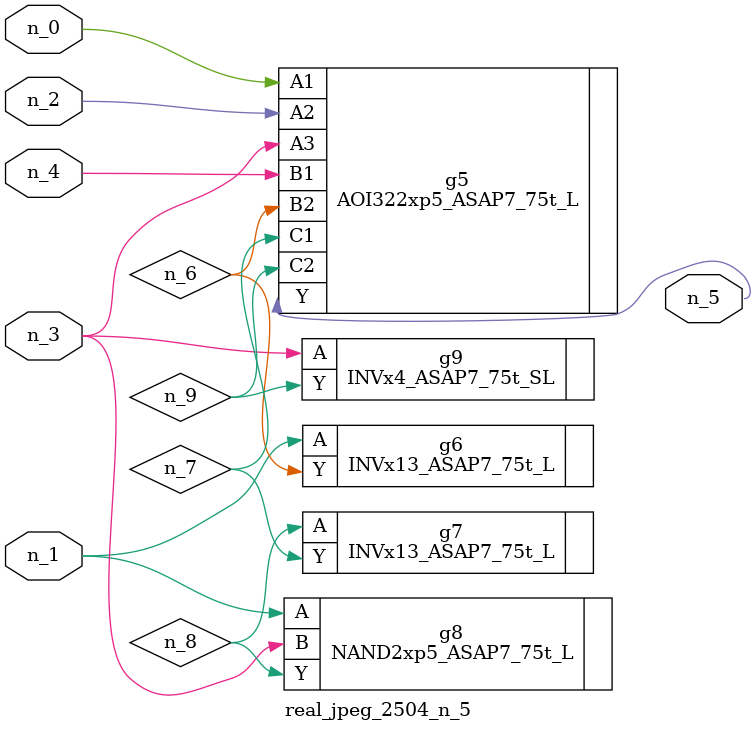
<source format=v>
module real_jpeg_2504_n_5 (n_4, n_0, n_1, n_2, n_3, n_5);

input n_4;
input n_0;
input n_1;
input n_2;
input n_3;

output n_5;

wire n_8;
wire n_6;
wire n_7;
wire n_9;

AOI322xp5_ASAP7_75t_L g5 ( 
.A1(n_0),
.A2(n_2),
.A3(n_3),
.B1(n_4),
.B2(n_6),
.C1(n_7),
.C2(n_9),
.Y(n_5)
);

INVx13_ASAP7_75t_L g6 ( 
.A(n_1),
.Y(n_6)
);

NAND2xp5_ASAP7_75t_L g8 ( 
.A(n_1),
.B(n_3),
.Y(n_8)
);

INVx4_ASAP7_75t_SL g9 ( 
.A(n_3),
.Y(n_9)
);

INVx13_ASAP7_75t_L g7 ( 
.A(n_8),
.Y(n_7)
);


endmodule
</source>
